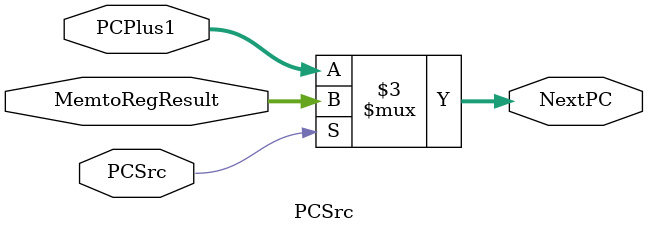
<source format=sv>
module PCSrc(
  input wire [7:0] MemtoRegResult,// MemtoReg sinyaline baðlý 2xMUX un result deðeri
  input wire [7:0] PCPlus1, // PCPlus1 iþleminin result deðeri
  input wire PCSrc,  // MUX seçim sinyali (1: MemtoRegResult, 0: PCPlus4)
  output reg [7:0] NextPC // Next PC deðeri
);
  
  // 2x1 MUX
  always_comb begin
    if (PCSrc)
      NextPC <= MemtoRegResult;
    else
      NextPC <= PCPlus1;
  end

endmodule
</source>
